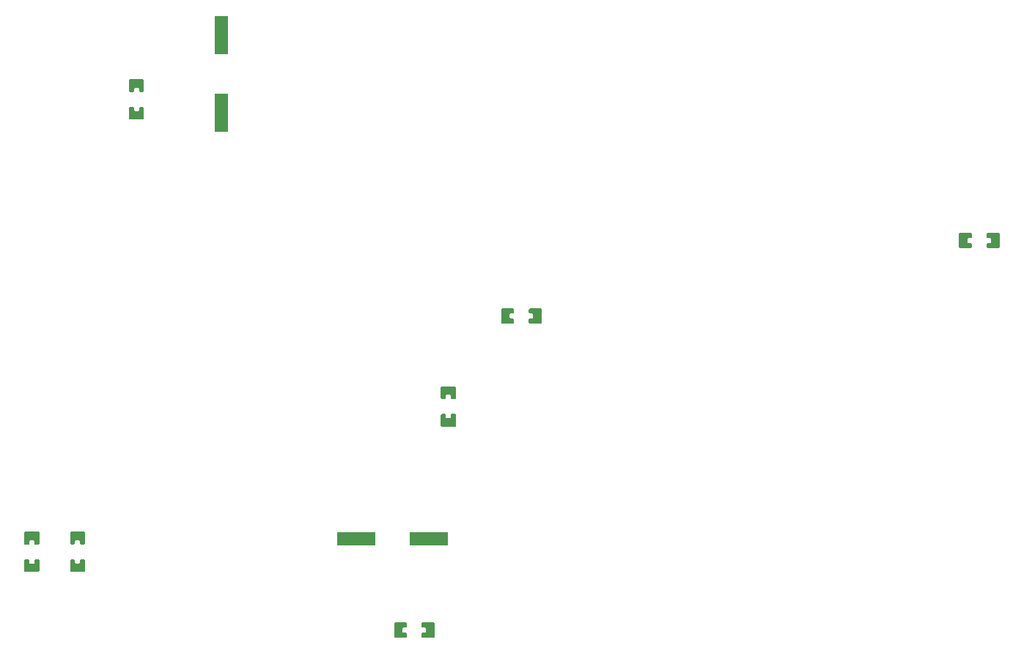
<source format=gtp>
G04 Layer: TopPasteMaskLayer*
G04 EasyEDA v6.5.48, 2025-01-21 18:12:01*
G04 3cc8b20af66c43ca95afa0c2ca323a4b,765c05e22f3a42938d5e8e897a1d4f6f,10*
G04 Gerber Generator version 0.2*
G04 Scale: 100 percent, Rotated: No, Reflected: No *
G04 Dimensions in millimeters *
G04 leading zeros omitted , absolute positions ,4 integer and 5 decimal *
%FSLAX45Y45*%
%MOMM*%

%ADD10R,1.6500X4.5000*%
%ADD11R,4.5000X1.6500*%

%LPD*%
G36*
X1404620Y-1376019D02*
G01*
X1394612Y-1385976D01*
X1394612Y-1514500D01*
X1404620Y-1524508D01*
X1557375Y-1524508D01*
X1567383Y-1514500D01*
X1567383Y-1385976D01*
X1557375Y-1376019D01*
X1520393Y-1376019D01*
X1510385Y-1385976D01*
X1510385Y-1416507D01*
X1500378Y-1426514D01*
X1461617Y-1426514D01*
X1451610Y-1416507D01*
X1451610Y-1385976D01*
X1441602Y-1376019D01*
G37*
G36*
X1404620Y-1057503D02*
G01*
X1394612Y-1067511D01*
X1394612Y-1195984D01*
X1404620Y-1205992D01*
X1441602Y-1205992D01*
X1451610Y-1195984D01*
X1451610Y-1165504D01*
X1461617Y-1155496D01*
X1500378Y-1155496D01*
X1510385Y-1165504D01*
X1510385Y-1195984D01*
X1520393Y-1205992D01*
X1557375Y-1205992D01*
X1567383Y-1195984D01*
X1567383Y-1067511D01*
X1557375Y-1057503D01*
G37*
G36*
X4785969Y-7342581D02*
G01*
X4776012Y-7352588D01*
X4776012Y-7389622D01*
X4785969Y-7399629D01*
X4816500Y-7399629D01*
X4826508Y-7409586D01*
X4826508Y-7448346D01*
X4816500Y-7458354D01*
X4785969Y-7458354D01*
X4776012Y-7468362D01*
X4776012Y-7505395D01*
X4785969Y-7515402D01*
X4914493Y-7515402D01*
X4924501Y-7505395D01*
X4924501Y-7352588D01*
X4914493Y-7342581D01*
G37*
G36*
X4467504Y-7342581D02*
G01*
X4457496Y-7352588D01*
X4457496Y-7505395D01*
X4467504Y-7515402D01*
X4595977Y-7515402D01*
X4605985Y-7505395D01*
X4605985Y-7468362D01*
X4595977Y-7458354D01*
X4565497Y-7458354D01*
X4555490Y-7448346D01*
X4555490Y-7409586D01*
X4565497Y-7399629D01*
X4595977Y-7399629D01*
X4605985Y-7389622D01*
X4605985Y-7352588D01*
X4595977Y-7342581D01*
G37*
G36*
X725576Y-6608013D02*
G01*
X715619Y-6617970D01*
X715619Y-6746494D01*
X725576Y-6756501D01*
X878382Y-6756501D01*
X888390Y-6746494D01*
X888390Y-6617970D01*
X878382Y-6608013D01*
X841349Y-6608013D01*
X831392Y-6617970D01*
X831392Y-6648500D01*
X821385Y-6658457D01*
X782624Y-6658457D01*
X772617Y-6648500D01*
X772617Y-6617970D01*
X762609Y-6608013D01*
G37*
G36*
X725576Y-6289497D02*
G01*
X715619Y-6299504D01*
X715619Y-6427978D01*
X725576Y-6437985D01*
X762609Y-6437985D01*
X772617Y-6427978D01*
X772617Y-6397498D01*
X782624Y-6387490D01*
X821385Y-6387490D01*
X831392Y-6397498D01*
X831392Y-6427978D01*
X841349Y-6437985D01*
X878382Y-6437985D01*
X888390Y-6427978D01*
X888390Y-6299504D01*
X878382Y-6289497D01*
G37*
G36*
X5007610Y-4611471D02*
G01*
X4997602Y-4621479D01*
X4997602Y-4750003D01*
X5007610Y-4760010D01*
X5044592Y-4760010D01*
X5054600Y-4750003D01*
X5054600Y-4719523D01*
X5064607Y-4709515D01*
X5103368Y-4709515D01*
X5113375Y-4719523D01*
X5113375Y-4750003D01*
X5123383Y-4760010D01*
X5160365Y-4760010D01*
X5170373Y-4750003D01*
X5170373Y-4621479D01*
X5160365Y-4611471D01*
G37*
G36*
X5007610Y-4929987D02*
G01*
X4997602Y-4939995D01*
X4997602Y-5068468D01*
X5007610Y-5078476D01*
X5160365Y-5078476D01*
X5170373Y-5068468D01*
X5170373Y-4939995D01*
X5160365Y-4929987D01*
X5123383Y-4929987D01*
X5113375Y-4939995D01*
X5113375Y-4970475D01*
X5103368Y-4980482D01*
X5064607Y-4980482D01*
X5054600Y-4970475D01*
X5054600Y-4939995D01*
X5044592Y-4929987D01*
G37*
G36*
X5704484Y-3710584D02*
G01*
X5694476Y-3720592D01*
X5694476Y-3873398D01*
X5704484Y-3883406D01*
X5833008Y-3883406D01*
X5842965Y-3873398D01*
X5842965Y-3836365D01*
X5833008Y-3826357D01*
X5802477Y-3826357D01*
X5792520Y-3816350D01*
X5792520Y-3777640D01*
X5802477Y-3767632D01*
X5833008Y-3767632D01*
X5842965Y-3757625D01*
X5842965Y-3720592D01*
X5833008Y-3710584D01*
G37*
G36*
X6023000Y-3710584D02*
G01*
X6012992Y-3720592D01*
X6012992Y-3757625D01*
X6023000Y-3767632D01*
X6053480Y-3767632D01*
X6063488Y-3777640D01*
X6063488Y-3816350D01*
X6053480Y-3826357D01*
X6023000Y-3826357D01*
X6012992Y-3836365D01*
X6012992Y-3873398D01*
X6023000Y-3883406D01*
X6151473Y-3883406D01*
X6161481Y-3873398D01*
X6161481Y-3720592D01*
X6151473Y-3710584D01*
G37*
G36*
X11311991Y-2836570D02*
G01*
X11301984Y-2846578D01*
X11301984Y-2883611D01*
X11311991Y-2893618D01*
X11342471Y-2893618D01*
X11352479Y-2903626D01*
X11352479Y-2942386D01*
X11342471Y-2952394D01*
X11311991Y-2952394D01*
X11301984Y-2962351D01*
X11301984Y-2999384D01*
X11311991Y-3009392D01*
X11440464Y-3009392D01*
X11450472Y-2999384D01*
X11450472Y-2846578D01*
X11440464Y-2836570D01*
G37*
G36*
X10993475Y-2836570D02*
G01*
X10983468Y-2846578D01*
X10983468Y-2999384D01*
X10993475Y-3009392D01*
X11121999Y-3009392D01*
X11131956Y-2999384D01*
X11131956Y-2962351D01*
X11121999Y-2952394D01*
X11091468Y-2952394D01*
X11081512Y-2942386D01*
X11081512Y-2903626D01*
X11091468Y-2893618D01*
X11121999Y-2893618D01*
X11131956Y-2883611D01*
X11131956Y-2846578D01*
X11121999Y-2836570D01*
G37*
G36*
X196646Y-6609994D02*
G01*
X186639Y-6620002D01*
X186639Y-6748525D01*
X196646Y-6758482D01*
X349453Y-6758482D01*
X359460Y-6748525D01*
X359460Y-6620002D01*
X349453Y-6609994D01*
X312420Y-6609994D01*
X302412Y-6620002D01*
X302412Y-6650481D01*
X292404Y-6660489D01*
X253695Y-6660489D01*
X243687Y-6650481D01*
X243687Y-6620002D01*
X233679Y-6609994D01*
G37*
G36*
X196646Y-6291529D02*
G01*
X186639Y-6301486D01*
X186639Y-6430010D01*
X196646Y-6440017D01*
X233679Y-6440017D01*
X243687Y-6430010D01*
X243687Y-6399530D01*
X253695Y-6389522D01*
X292404Y-6389522D01*
X302412Y-6399530D01*
X302412Y-6430010D01*
X312420Y-6440017D01*
X349453Y-6440017D01*
X359460Y-6430010D01*
X359460Y-6301486D01*
X349453Y-6291529D01*
G37*
D10*
G01*
X2465984Y-550011D03*
G01*
X2465984Y-1449984D03*
D11*
G01*
X4858994Y-6370980D03*
G01*
X4018991Y-6370980D03*
M02*

</source>
